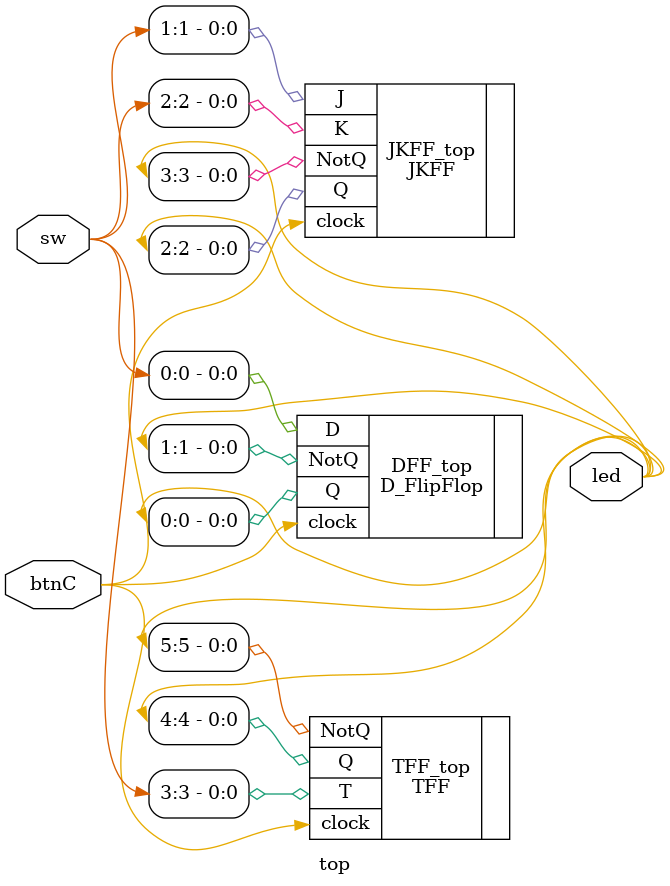
<source format=v>
`timescale 1ns / 1ps

module top(
    input [3:0] sw,
    input btnC,
    output [5:0] led
    );
    
    D_FlipFlop DFF_top(
        .D(sw[0]),
        .clock(btnC),
        .Q(led[0]),
        .NotQ(led[1])
    );
    
    JKFF JKFF_top(
        .J(sw[1]),
        .K(sw[2]),
        .clock(btnC),
        .Q(led[2]),
        .NotQ(led[3])
    );
    
    TFF TFF_top(
        .T(sw[3]),
        .clock(btnC),
        .Q(led[4]),
        .NotQ(led[5])
    );
    
endmodule

</source>
